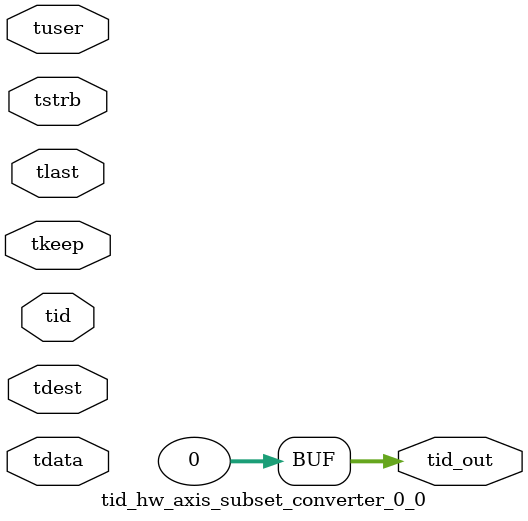
<source format=v>


`timescale 1ps/1ps

module tid_hw_axis_subset_converter_0_0 #
(
parameter C_S_AXIS_TID_WIDTH   = 1,
parameter C_S_AXIS_TUSER_WIDTH = 0,
parameter C_S_AXIS_TDATA_WIDTH = 0,
parameter C_S_AXIS_TDEST_WIDTH = 0,
parameter C_M_AXIS_TID_WIDTH   = 32
)
(
input  [(C_S_AXIS_TID_WIDTH   == 0 ? 1 : C_S_AXIS_TID_WIDTH)-1:0       ] tid,
input  [(C_S_AXIS_TDATA_WIDTH == 0 ? 1 : C_S_AXIS_TDATA_WIDTH)-1:0     ] tdata,
input  [(C_S_AXIS_TUSER_WIDTH == 0 ? 1 : C_S_AXIS_TUSER_WIDTH)-1:0     ] tuser,
input  [(C_S_AXIS_TDEST_WIDTH == 0 ? 1 : C_S_AXIS_TDEST_WIDTH)-1:0     ] tdest,
input  [(C_S_AXIS_TDATA_WIDTH/8)-1:0 ] tkeep,
input  [(C_S_AXIS_TDATA_WIDTH/8)-1:0 ] tstrb,
input                                                                    tlast,
output [(C_M_AXIS_TID_WIDTH   == 0 ? 1 : C_M_AXIS_TID_WIDTH)-1:0       ] tid_out
);

assign tid_out = {1'b0};

endmodule


</source>
